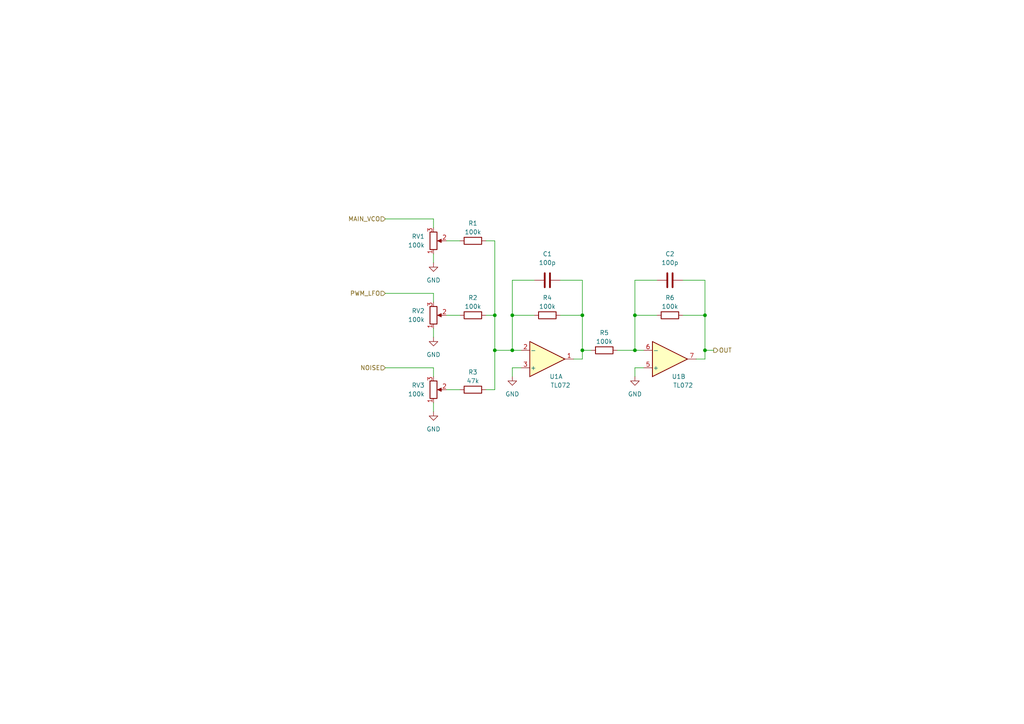
<source format=kicad_sch>
(kicad_sch (version 20230121) (generator eeschema)
  (paper "A4")
  (title_block (title "Josh Ox Ribbon Synth Sample and Hold Board") (date "2022-07-21") (rev "0") (comment 1 "creativecommons.org/licenses/by/4.0") (comment 2 "License: CC by 4.0") (comment 3 "Author: Jordan Aceto"))
  (lib_symbols
    (symbol "Amplifier_Operational:TL072" (pin_names (offset 0.127))
      (property "Reference" "U" (at 0 5.08 0))
      (property "Value" "TL072" (at 0 -5.08 0))
      (symbol "TL072_1_1"
        (polyline (pts (xy -5.08 5.08) (xy 5.08 0) (xy -5.08 -5.08) (xy -5.08 5.08)) (stroke (width 0.254)) (fill (type background)))
        (pin output line (at 7.62 0 180) (length 2.54) (name "~") (number "1"))
        (pin input line (at -7.62 -2.54 0) (length 2.54) (name "-") (number "2"))
        (pin input line (at -7.62 2.54 0) (length 2.54) (name "+") (number "3"))
      )
      (symbol "TL072_2_1"
        (polyline (pts (xy -5.08 5.08) (xy 5.08 0) (xy -5.08 -5.08) (xy -5.08 5.08)) (stroke (width 0.254)) (fill (type background)))
        (pin input line (at -7.62 2.54 0) (length 2.54) (name "+") (number "5"))
        (pin input line (at -7.62 -2.54 0) (length 2.54) (name "-") (number "6"))
        (pin output line (at 7.62 0 180) (length 2.54) (name "~") (number "7"))
      )
      (symbol "TL072_3_1"
        (pin power_in line (at -2.54 -7.62 90) (length 3.81) (name "V-") (number "4"))
        (pin power_in line (at -2.54 7.62 270) (length 3.81) (name "V+") (number "8"))
      )
    )
    (symbol "Device:C" (pin_numbers hide) (pin_names (offset 0.254))
      (property "Reference" "C" (at 0.635 2.54 0))
      (property "Value" "C" (at 0.635 -2.54 0))
      (symbol "C_0_1"
        (polyline (pts (xy -2.032 -0.762) (xy 2.032 -0.762)) (stroke (width 0.508)))
        (polyline (pts (xy -2.032 0.762) (xy 2.032 0.762)) (stroke (width 0.508)))
      )
      (symbol "C_1_1"
        (pin passive line (at 0 3.81 270) (length 2.794) (name "~") (number "1"))
        (pin passive line (at 0 -3.81 90) (length 2.794) (name "~") (number "2"))
      )
    )
    (symbol "Device:R" (pin_numbers hide) (pin_names (offset 0))
      (property "Reference" "R" (at 2.032 0 90))
      (property "Value" "R" (at 0 0 90))
      (symbol "R_0_1"
        (rectangle (start -1.016 -2.54) (end 1.016 2.54) (stroke (width 0.254)))
      )
      (symbol "R_1_1"
        (pin passive line (at 0 3.81 270) (length 1.27) (name "~") (number "1"))
        (pin passive line (at 0 -3.81 90) (length 1.27) (name "~") (number "2"))
      )
    )
    (symbol "Device:R_Potentiometer" (pin_names (offset 1.016) hide)
      (property "Reference" "RV" (at -4.445 0 90))
      (property "Value" "R_Potentiometer" (at -2.54 0 90))
      (symbol "R_Potentiometer_0_1"
        (polyline (pts (xy 2.54 0) (xy 1.524 0)))
        (polyline (pts (xy 1.143 0) (xy 2.286 0.508) (xy 2.286 -0.508) (xy 1.143 0)) (fill (type outline)))
        (rectangle (start 1.016 2.54) (end -1.016 -2.54) (stroke (width 0.254)))
      )
      (symbol "R_Potentiometer_1_1"
        (pin passive line (at 0 3.81 270) (length 1.27) (name "1") (number "1"))
        (pin passive line (at 3.81 0 180) (length 1.27) (name "2") (number "2"))
        (pin passive line (at 0 -3.81 90) (length 1.27) (name "3") (number "3"))
      )
    )
    (symbol "power:GND" (power) (pin_names (offset 0))
      (property "Value" "GND" (at 0 -3.81 0))
      (symbol "GND_0_1"
        (polyline (pts (xy 0 0) (xy 0 -1.27) (xy 1.27 -1.27) (xy 0 -2.54) (xy -1.27 -1.27) (xy 0 -1.27)))
      )
      (symbol "GND_1_1"
        (pin power_in line (at 0 0 270) (length 0) hide (name "GND") (number "1"))
      )
    )
  )
  (junction (at 143.51 101.6))
  (junction (at 148.59 91.44))
  (junction (at 204.47 91.44))
  (junction (at 168.91 101.6))
  (junction (at 168.91 91.44))
  (junction (at 204.47 101.6))
  (junction (at 184.15 91.44))
  (junction (at 143.51 91.44))
  (junction (at 148.59 101.6))
  (junction (at 184.15 101.6))
  (wire (pts (xy 186.69 101.6) (xy 184.15 101.6)))
  (wire (pts (xy 204.47 101.6) (xy 207.01 101.6)))
  (wire (pts (xy 143.51 113.03) (xy 143.51 101.6)))
  (wire (pts (xy 125.73 76.2) (xy 125.73 73.66)))
  (wire (pts (xy 148.59 106.68) (xy 151.13 106.68)))
  (wire (pts (xy 179.07 101.6) (xy 184.15 101.6)))
  (wire (pts (xy 125.73 106.68) (xy 125.73 109.22)))
  (wire (pts (xy 201.93 104.14) (xy 204.47 104.14)))
  (wire (pts (xy 204.47 91.44) (xy 198.12 91.44)))
  (wire (pts (xy 129.54 113.03) (xy 133.35 113.03)))
  (wire (pts (xy 184.15 81.28) (xy 184.15 91.44)))
  (wire (pts (xy 184.15 106.68) (xy 186.69 106.68)))
  (wire (pts (xy 148.59 109.22) (xy 148.59 106.68)))
  (wire (pts (xy 190.5 81.28) (xy 184.15 81.28)))
  (wire (pts (xy 168.91 104.14) (xy 168.91 101.6)))
  (wire (pts (xy 184.15 91.44) (xy 190.5 91.44)))
  (wire (pts (xy 129.54 69.85) (xy 133.35 69.85)))
  (wire (pts (xy 154.94 81.28) (xy 148.59 81.28)))
  (wire (pts (xy 125.73 63.5) (xy 125.73 66.04)))
  (wire (pts (xy 184.15 109.22) (xy 184.15 106.68)))
  (wire (pts (xy 168.91 101.6) (xy 171.45 101.6)))
  (wire (pts (xy 111.76 63.5) (xy 125.73 63.5)))
  (wire (pts (xy 140.97 113.03) (xy 143.51 113.03)))
  (wire (pts (xy 143.51 91.44) (xy 143.51 69.85)))
  (wire (pts (xy 125.73 119.38) (xy 125.73 116.84)))
  (wire (pts (xy 204.47 101.6) (xy 204.47 91.44)))
  (wire (pts (xy 143.51 69.85) (xy 140.97 69.85)))
  (wire (pts (xy 148.59 91.44) (xy 154.94 91.44)))
  (wire (pts (xy 204.47 81.28) (xy 204.47 91.44)))
  (wire (pts (xy 168.91 81.28) (xy 168.91 91.44)))
  (wire (pts (xy 168.91 91.44) (xy 162.56 91.44)))
  (wire (pts (xy 204.47 104.14) (xy 204.47 101.6)))
  (wire (pts (xy 111.76 85.09) (xy 125.73 85.09)))
  (wire (pts (xy 148.59 101.6) (xy 148.59 91.44)))
  (wire (pts (xy 148.59 81.28) (xy 148.59 91.44)))
  (wire (pts (xy 140.97 91.44) (xy 143.51 91.44)))
  (wire (pts (xy 162.56 81.28) (xy 168.91 81.28)))
  (wire (pts (xy 125.73 85.09) (xy 125.73 87.63)))
  (wire (pts (xy 198.12 81.28) (xy 204.47 81.28)))
  (wire (pts (xy 151.13 101.6) (xy 148.59 101.6)))
  (wire (pts (xy 168.91 101.6) (xy 168.91 91.44)))
  (wire (pts (xy 111.76 106.68) (xy 125.73 106.68)))
  (wire (pts (xy 143.51 101.6) (xy 143.51 91.44)))
  (wire (pts (xy 129.54 91.44) (xy 133.35 91.44)))
  (wire (pts (xy 125.73 97.79) (xy 125.73 95.25)))
  (wire (pts (xy 143.51 101.6) (xy 148.59 101.6)))
  (wire (pts (xy 184.15 101.6) (xy 184.15 91.44)))
  (wire (pts (xy 166.37 104.14) (xy 168.91 104.14)))
  (hierarchical_label "OUT" (shape output) (at 207.01 101.6 0))
  (hierarchical_label "NOISE" (shape input) (at 111.76 106.68 180))
  (hierarchical_label "PWM_LFO" (shape input) (at 111.76 85.09 180))
  (hierarchical_label "MAIN_VCO" (shape input) (at 111.76 63.5 180))
  (symbol (lib_id "Device:R") (at 175.26 101.6 90) (unit 1)
    (property "Reference" "R5" (at 175.26 96.52 90))
    (property "Value" "100k" (at 175.26 99.06 90))
    (property "Footprint" "Resistor_SMD:R_0805_2012Metric" (effects hide))
  )
  (symbol (lib_id "Device:R_Potentiometer") (at 125.73 69.85 0) (mirror x) (unit 1)
    (property "Reference" "RV1" (at 123.19 68.5799 0) (effects (justify right)))
    (property "Value" "100k" (at 123.19 71.1199 0) (effects (justify right)))
    (property "Footprint" "Potentiometer_THT:Potentiometer_Alpha_RD901F-40-00D_Single_Vertical" (effects hide))
  )
  (symbol (lib_id "Device:R_Potentiometer") (at 125.73 91.44 0) (mirror x) (unit 1)
    (property "Reference" "RV2" (at 123.19 90.1699 0) (effects (justify right)))
    (property "Value" "100k" (at 123.19 92.7099 0) (effects (justify right)))
    (property "Footprint" "Potentiometer_THT:Potentiometer_Alpha_RD901F-40-00D_Single_Vertical" (effects hide))
  )
  (symbol (lib_id "power:GND") (at 184.15 109.22 0) (unit 1)
    (property "Reference" "#PWR07" (effects hide))
    (property "Value" "GND" (at 184.15 114.3 0))
  )
  (symbol (lib_id "power:GND") (at 125.73 119.38 0) (unit 1)
    (property "Reference" "#PWR08" (effects hide))
    (property "Value" "GND" (at 125.73 124.46 0))
  )
  (symbol (lib_id "Device:R") (at 137.16 69.85 90) (unit 1)
    (property "Reference" "R1" (at 137.16 64.77 90))
    (property "Value" "100k" (at 137.16 67.31 90))
    (property "Footprint" "Resistor_SMD:R_0805_2012Metric" (effects hide))
  )
  (symbol (lib_id "power:GND") (at 148.59 109.22 0) (unit 1)
    (property "Reference" "#PWR06" (effects hide))
    (property "Value" "GND" (at 148.59 114.3 0))
  )
  (symbol (lib_id "power:GND") (at 125.73 97.79 0) (unit 1)
    (property "Reference" "#PWR05" (effects hide))
    (property "Value" "GND" (at 125.73 102.87 0))
  )
  (symbol (lib_id "Device:C") (at 158.75 81.28 90) (unit 1)
    (property "Reference" "C1" (at 158.75 73.66 90))
    (property "Value" "100p" (at 158.75 76.2 90))
    (property "Footprint" "Capacitor_SMD:C_0805_2012Metric" (effects hide))
  )
  (symbol (lib_id "Amplifier_Operational:TL072") (at 194.31 104.14 0) (mirror x) (unit 2)
    (property "Reference" "U1" (at 196.85 109.22 0))
    (property "Value" "TL072" (at 198.12 111.76 0))
    (property "Footprint" "Package_SO:SO-8_5.3x6.2mm_P1.27mm" (effects hide))
    (property "Datasheet" "http://www.ti.com/lit/ds/symlink/tl071.pdf" (effects hide))
  )
  (symbol (lib_id "Device:R") (at 194.31 91.44 90) (unit 1)
    (property "Reference" "R6" (at 194.31 86.36 90))
    (property "Value" "100k" (at 194.31 88.9 90))
    (property "Footprint" "Resistor_SMD:R_0805_2012Metric" (effects hide))
  )
  (symbol (lib_id "Device:R_Potentiometer") (at 125.73 113.03 0) (mirror x) (unit 1)
    (property "Reference" "RV3" (at 123.19 111.7599 0) (effects (justify right)))
    (property "Value" "100k" (at 123.19 114.2999 0) (effects (justify right)))
    (property "Footprint" "Potentiometer_THT:Potentiometer_Alpha_RD901F-40-00D_Single_Vertical" (effects hide))
  )
  (symbol (lib_id "Device:R") (at 158.75 91.44 90) (unit 1)
    (property "Reference" "R4" (at 158.75 86.36 90))
    (property "Value" "100k" (at 158.75 88.9 90))
    (property "Footprint" "Resistor_SMD:R_0805_2012Metric" (effects hide))
  )
  (symbol (lib_id "power:GND") (at 125.73 76.2 0) (unit 1)
    (property "Reference" "#PWR04" (effects hide))
    (property "Value" "GND" (at 125.73 81.28 0))
  )
  (symbol (lib_id "Device:C") (at 194.31 81.28 90) (unit 1)
    (property "Reference" "C2" (at 194.31 73.66 90))
    (property "Value" "100p" (at 194.31 76.2 90))
    (property "Footprint" "Capacitor_SMD:C_0805_2012Metric" (effects hide))
  )
  (symbol (lib_id "Device:R") (at 137.16 91.44 90) (unit 1)
    (property "Reference" "R2" (at 137.16 86.36 90))
    (property "Value" "100k" (at 137.16 88.9 90))
    (property "Footprint" "Resistor_SMD:R_0805_2012Metric" (effects hide))
  )
  (symbol (lib_id "Device:R") (at 137.16 113.03 90) (unit 1)
    (property "Reference" "R3" (at 137.16 107.95 90))
    (property "Value" "47k" (at 137.16 110.49 90))
    (property "Footprint" "Resistor_SMD:R_0805_2012Metric" (effects hide))
  )
  (symbol (lib_id "Amplifier_Operational:TL072") (at 158.75 104.14 0) (mirror x) (unit 1)
    (property "Reference" "U1" (at 161.29 109.22 0))
    (property "Value" "TL072" (at 162.56 111.76 0))
    (property "Footprint" "Package_SO:SO-8_5.3x6.2mm_P1.27mm" (effects hide))
    (property "Datasheet" "http://www.ti.com/lit/ds/symlink/tl071.pdf" (effects hide))
  )
)
</source>
